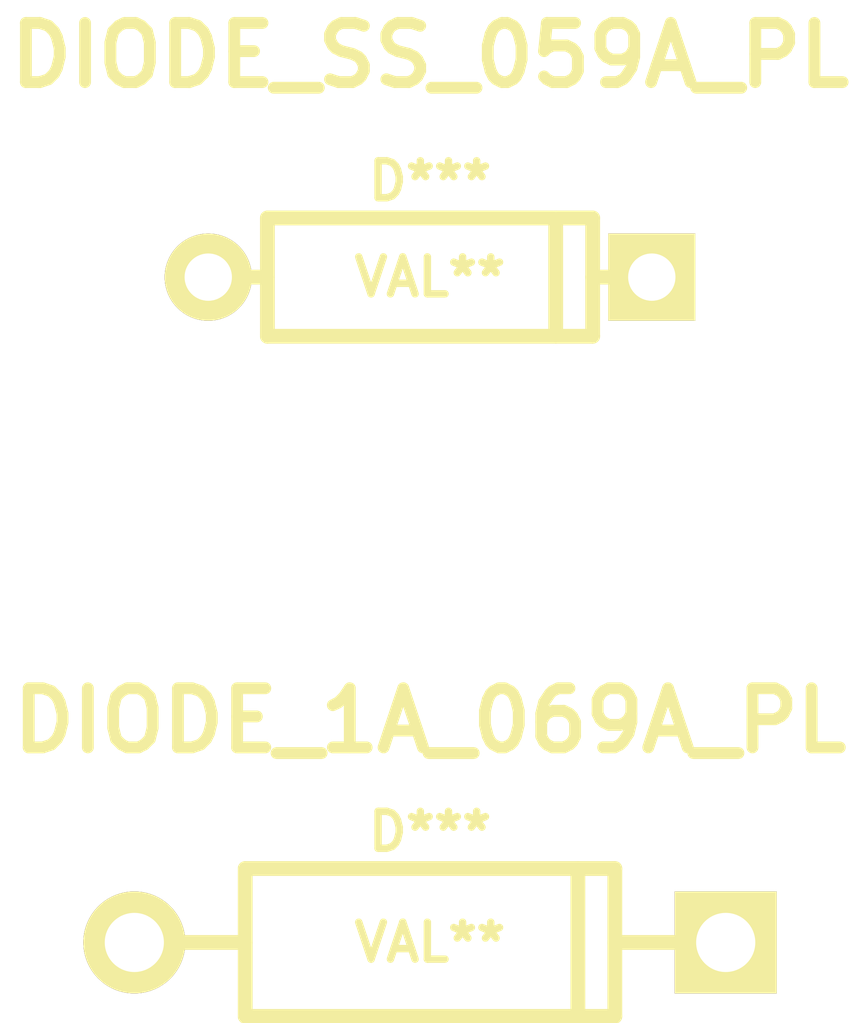
<source format=kicad_pcb>
(kicad_pcb (version 3) (host pcbnew "(2013-07-07 BZR 4022)-stable")

  (general
    (links 0)
    (no_connects 0)
    (area 0 0 0 0)
    (thickness 1.6)
    (drawings 2)
    (tracks 0)
    (zones 0)
    (modules 2)
    (nets 1)
  )

  (page A3)
  (layers
    (15 F.Cu signal)
    (0 B.Cu signal)
    (16 B.Adhes user)
    (17 F.Adhes user)
    (18 B.Paste user)
    (19 F.Paste user)
    (20 B.SilkS user)
    (21 F.SilkS user)
    (22 B.Mask user)
    (23 F.Mask user)
    (24 Dwgs.User user)
    (25 Cmts.User user)
    (26 Eco1.User user)
    (27 Eco2.User user)
    (28 Edge.Cuts user)
  )

  (setup
    (last_trace_width 0.254)
    (trace_clearance 0.254)
    (zone_clearance 0.508)
    (zone_45_only no)
    (trace_min 0.254)
    (segment_width 0.2)
    (edge_width 0.1)
    (via_size 0.889)
    (via_drill 0.635)
    (via_min_size 0.889)
    (via_min_drill 0.508)
    (uvia_size 0.508)
    (uvia_drill 0.127)
    (uvias_allowed no)
    (uvia_min_size 0.508)
    (uvia_min_drill 0.127)
    (pcb_text_width 0.3)
    (pcb_text_size 1.5 1.5)
    (mod_edge_width 0.15)
    (mod_text_size 1 1)
    (mod_text_width 0.15)
    (pad_size 1.5 1.5)
    (pad_drill 0.6)
    (pad_to_mask_clearance 0)
    (aux_axis_origin 0 0)
    (visible_elements FFFFFFBF)
    (pcbplotparams
      (layerselection 3178497)
      (usegerberextensions true)
      (excludeedgelayer true)
      (linewidth 0.150000)
      (plotframeref false)
      (viasonmask false)
      (mode 1)
      (useauxorigin false)
      (hpglpennumber 1)
      (hpglpenspeed 20)
      (hpglpendiameter 15)
      (hpglpenoverlay 2)
      (psnegative false)
      (psa4output false)
      (plotreference true)
      (plotvalue true)
      (plotothertext true)
      (plotinvisibletext false)
      (padsonsilk false)
      (subtractmaskfromsilk false)
      (outputformat 1)
      (mirror false)
      (drillshape 1)
      (scaleselection 1)
      (outputdirectory ""))
  )

  (net 0 "")

  (net_class Default "This is the default net class."
    (clearance 0.254)
    (trace_width 0.254)
    (via_dia 0.889)
    (via_drill 0.635)
    (uvia_dia 0.508)
    (uvia_drill 0.127)
    (add_net "")
  )

  (module DIODE_SS_059A_PL (layer F.Cu) (tedit 551CAF16) (tstamp 5529AD4C)
    (at 208.28 125.73)
    (descr "Small-signal diode, 0.3\"")
    (tags "DIODE DEV")
    (fp_text reference D*** (at 0 -1.651) (layer F.SilkS)
      (effects (font (size 0.635 0.635) (thickness 0.127)))
    )
    (fp_text value VAL** (at 0 0) (layer F.SilkS)
      (effects (font (size 0.635 0.635) (thickness 0.127)))
    )
    (fp_line (start -2.794 0) (end -3.81 0) (layer F.SilkS) (width 0.254))
    (fp_line (start 2.794 0) (end 3.81 0) (layer F.SilkS) (width 0.254))
    (fp_line (start -2.794 1.016) (end 2.794 1.016) (layer F.SilkS) (width 0.254))
    (fp_line (start 2.794 -1.016) (end -2.794 -1.016) (layer F.SilkS) (width 0.254))
    (fp_line (start 2.159 -1.016) (end 2.159 1.016) (layer F.SilkS) (width 0.254))
    (fp_line (start 2.794 0) (end 2.794 -1.016) (layer F.SilkS) (width 0.254))
    (fp_line (start -2.794 -1.016) (end -2.794 0) (layer F.SilkS) (width 0.254))
    (fp_line (start -2.794 0) (end -2.794 1.016) (layer F.SilkS) (width 0.254))
    (fp_line (start 2.794 1.016) (end 2.794 0) (layer F.SilkS) (width 0.254))
    (pad 2 thru_hole rect (at 3.81 0) (size 1.4986 1.4986) (drill 0.8128)
      (layers *.Cu *.Mask F.SilkS)
    )
    (pad 1 thru_hole oval (at -3.81 0) (size 1.4986 1.4986) (drill 0.8128)
      (layers *.Cu *.Mask F.SilkS)
    )
    (model discret/diode.wrl
      (at (xyz 0 0 0))
      (scale (xyz 0.3 0.3 0.3))
      (rotate (xyz 0 0 0))
    )
  )

  (module DIODE_1A_069A_PL (layer F.Cu) (tedit 551CAE6F) (tstamp 552A0A89)
    (at 208.28 137.16)
    (descr "1 Amp diode, 0.4\"")
    (tags "DIODE DEV")
    (fp_text reference D*** (at 0 -1.905) (layer F.SilkS)
      (effects (font (size 0.635 0.635) (thickness 0.127)))
    )
    (fp_text value VAL** (at 0 0) (layer F.SilkS)
      (effects (font (size 0.635 0.635) (thickness 0.127)))
    )
    (fp_line (start -5.08 0) (end -3.175 0) (layer F.SilkS) (width 0.254))
    (fp_line (start 3.175 0) (end 5.08 0) (layer F.SilkS) (width 0.254))
    (fp_line (start 2.54 -1.27) (end 2.54 1.27) (layer F.SilkS) (width 0.254))
    (fp_line (start -3.175 1.27) (end 3.175 1.27) (layer F.SilkS) (width 0.254))
    (fp_line (start -3.175 -1.27) (end -3.175 1.27) (layer F.SilkS) (width 0.254))
    (fp_line (start 3.175 -1.27) (end 3.175 1.27) (layer F.SilkS) (width 0.254))
    (fp_line (start -3.175 -1.27) (end 3.175 -1.27) (layer F.SilkS) (width 0.254))
    (pad 2 thru_hole rect (at 5.08 0) (size 1.7526 1.7526) (drill 1.016)
      (layers *.Cu *.Mask F.SilkS)
    )
    (pad 1 thru_hole oval (at -5.08 0) (size 1.7526 1.7526) (drill 1.016)
      (layers *.Cu *.Mask F.SilkS)
    )
    (model discret/diode.wrl
      (at (xyz 0 0 0))
      (scale (xyz 0.3 0.3 0.3))
      (rotate (xyz 0 0 0))
    )
  )

  (gr_text DIODE_1A_069A_PL (at 208.28 133.35) (layer F.SilkS)
    (effects (font (size 1.016 1.016) (thickness 0.2032)))
  )
  (gr_text DIODE_SS_059A_PL (at 208.28 121.92) (layer F.SilkS)
    (effects (font (size 1.016 1.016) (thickness 0.2032)))
  )

)

</source>
